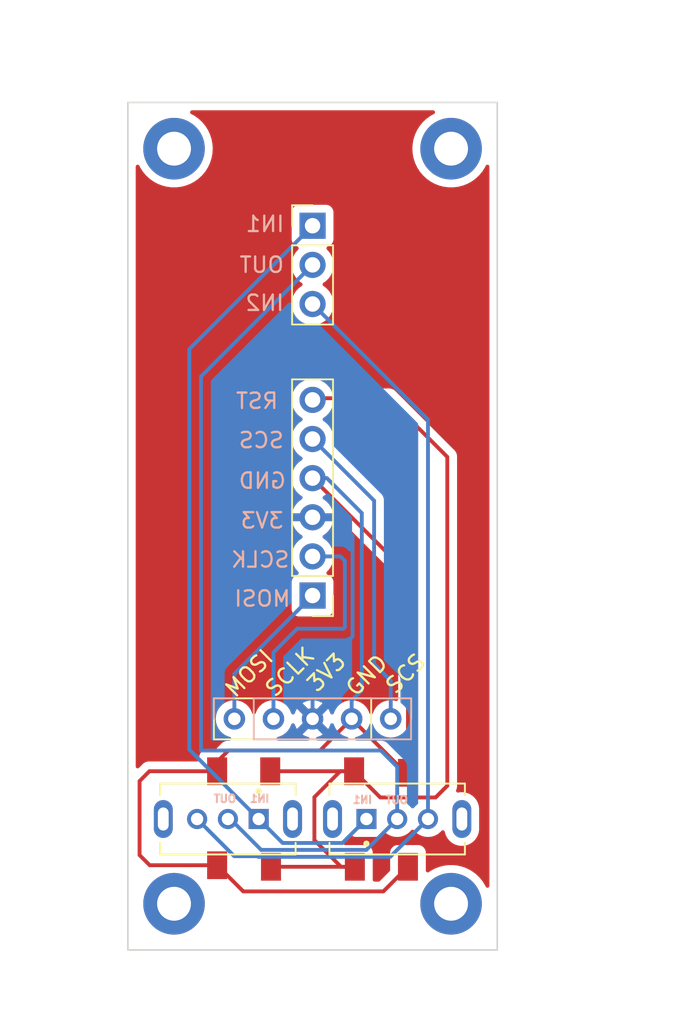
<source format=kicad_pcb>
(kicad_pcb (version 20211014) (generator pcbnew)
  (layers (0 "F.Cu" signal) (31 "B.Cu" signal) (34 "B.Paste" user) (35 "F.Paste" user) (36 "B.SilkS" user "B.Silkscreen") (37 "F.SilkS" user "F.Silkscreen") (38 "B.Mask" user) (39 "F.Mask" user) (44 "Edge.Cuts" user))
  (net 0 "")
  (net 1 "MOSI")
  (net 2 "SCLK")
  (net 3 "3V3")
  (net 4 "GND")
  (net 5 "SCS")
  (net 6 "RST")
  (net 7 "BATT_P_IN1")
  (net 8 "BATT_P_OUT")
  (net 9 "BATT_P_IN2")
  (footprint "BKBAdaptor:M2_HOLE_PCB" (layer "F.Cu") (at 125.5 43.75)
    (fp_text reference "TH1" hide)
    (fp_text value "HOLE")
    (pad "" thru_hole circle (at 0 0) (size 4 4) (drill 2.2) (layers *.Cu *.Mask "Dwgs.User"))
  )
  (footprint "BKBAdaptor:PushSwitch" (layer "F.Cu") (at 130 87.25 -90)
    (fp_text reference "RST_SW2" hide)
    (fp_text value "SW_Push")
    (pad "1" smd rect (at -3.1 -1.75 270) (size 1.8 1.3) (layers "F.Cu" "F.Paste" "F.Mask") (net 6 "RST"))
    (pad "1" smd rect (at 3.1 -1.8 270) (size 1.8 1.3) (layers "F.Cu" "F.Paste" "F.Mask") (net 6 "RST"))
    (pad "2" smd rect (at -3.1 1.7 270) (size 1.8 1.3) (layers "F.Cu" "F.Paste" "F.Mask") (net 4 "GND"))
    (pad "2" smd rect (at 3 1.7 270) (size 1.8 1.3) (layers "F.Cu" "F.Paste" "F.Mask") (net 4 "GND"))
  )
  (footprint "BKBAdaptor:SW_SS12D07VG4" (layer "F.Cu") (at 129 87.25 180)
    (fp_text reference "PWR_SW1")
    (fp_text value "SW_SPDT")
    (fp_line (start -4.4 2.3) (end 4.4 2.3) (layer "F.SilkS") (width 0.127))
    (fp_line (start 4.4 -2.3) (end -4.4 -2.3) (layer "F.SilkS") (width 0.127))
    (fp_line (start -4.4 2.3) (end -4.4 1.55) (layer "F.SilkS") (width 0.127))
    (fp_line (start 4.4 2.3) (end 4.4 1.55) (layer "F.SilkS") (width 0.127))
    (fp_line (start -4.4 -2.3) (end -4.4 -1.55) (layer "F.SilkS") (width 0.127))
    (fp_line (start 4.4 -2.3) (end 4.4 -1.55) (layer "F.SilkS") (width 0.127))
    (fp_circle (center -2 1.8) (end -1.9 1.8) (layer "F.SilkS") (width 0.2) (fill none))
    (pad "1" thru_hole rect (at -2 0 180) (size 1.308 1.308) (drill 0.8) (layers *.Cu *.Mask) (net 7 "BATT_P_IN1"))
    (pad "2" thru_hole circle (at 0 0 180) (size 1.308 1.308) (drill 0.8) (layers *.Cu *.Mask) (net 8 "BATT_P_OUT"))
    (pad "3" thru_hole circle (at 2 0 180) (size 1.308 1.308) (drill 0.8) (layers *.Cu *.Mask) (net 9 "BATT_P_IN2"))
    (pad "S1" thru_hole oval (at -4.2 0 180) (size 1.23 2.46) (drill oval 0.7 1.5) (layers *.Cu *.Mask))
    (pad "S2" thru_hole oval (at 4.2 0 180) (size 1.23 2.46) (drill oval 0.7 1.5) (layers *.Cu *.Mask))
  )
  (footprint "BKBAdaptor:NiceView" (layer "F.Cu") (at 134.5 80.75)
    (fp_text reference "Nice!View1")
    (fp_text value "Conn_01x05_Female")
    (fp_line (start -3.82 1.33) (end 6.4 1.33) (layer "B.SilkS") (width 0.12))
    (fp_line (start -3.82 -1.33) (end 6.4 -1.33) (layer "B.SilkS") (width 0.12))
    (fp_line (start -3.82 -1.33) (end -3.82 1.33) (layer "B.SilkS") (width 0.12))
    (fp_line (start 6.4 -1.33) (end 6.4 1.33) (layer "B.SilkS") (width 0.12))
    (fp_line (start -5.09 -1.33) (end -6.42 -1.33) (layer "B.SilkS") (width 0.12))
    (fp_line (start -6.42 -1.33) (end -6.42 0) (layer "B.SilkS") (width 0.12))
    (fp_line (start 3.81 1.33) (end -6.41 1.33) (layer "F.SilkS") (width 0.12))
    (fp_line (start 6.41 -1.33) (end 6.41 0) (layer "F.SilkS") (width 0.12))
    (fp_line (start 3.81 -1.33) (end 3.81 1.33) (layer "F.SilkS") (width 0.12))
    (fp_line (start 5.08 -1.33) (end 6.41 -1.33) (layer "F.SilkS") (width 0.12))
    (fp_line (start -6.41 -1.33) (end -6.41 1.33) (layer "F.SilkS") (width 0.12))
    (fp_line (start 3.81 -1.33) (end -6.41 -1.33) (layer "F.SilkS") (width 0.12))
    (pad "1" thru_hole circle (at -5.08 0 270) (size 1.397 1.397) (drill 0.8128) (layers *.Cu *.Mask) (net 1 "MOSI"))
    (pad "2" thru_hole circle (at -2.54 0 270) (size 1.397 1.397) (drill 0.8128) (layers *.Cu *.Mask) (net 2 "SCLK"))
    (pad "3" thru_hole circle (at 0 0 270) (size 1.397 1.397) (drill 0.8128) (layers *.Cu *.Mask) (net 3 "3V3"))
    (pad "4" thru_hole circle (at 2.54 0 270) (size 1.397 1.397) (drill 0.8128) (layers *.Cu *.Mask) (net 4 "GND"))
    (pad "5" thru_hole circle (at 5.08 0 270) (size 1.397 1.397) (drill 0.8128) (layers *.Cu *.Mask) (net 5 "SCS"))
  )
  (footprint "BKBAdaptor:PushSwitch" (layer "F.Cu") (at 139 87.25 90)
    (fp_text reference "RST_SW1" hide)
    (fp_text value "SW_Push")
    (pad "1" smd rect (at 3.1 -1.8 90) (size 1.8 1.3) (layers "F.Cu" "F.Paste" "F.Mask") (net 6 "RST"))
    (pad "1" smd rect (at -3.1 -1.75 90) (size 1.8 1.3) (layers "F.Cu" "F.Paste" "F.Mask") (net 6 "RST"))
    (pad "2" smd rect (at 3 1.7 90) (size 1.8 1.3) (layers "F.Cu" "F.Paste" "F.Mask") (net 4 "GND"))
    (pad "2" smd rect (at -3.1 1.7 90) (size 1.8 1.3) (layers "F.Cu" "F.Paste" "F.Mask") (net 4 "GND"))
  )
  (footprint "Connector_PinHeader_2.54mm:PinHeader_1x06_P2.54mm_Vertical" (layer "F.Cu") (at 134.5 72.75 180)
    (fp_text reference "ControllerInput1")
    (fp_text value "Conn_01x06_Female")
    (fp_line (start -1.33 -1.33) (end 0 -1.33) (layer "F.SilkS") (width 0.12))
    (fp_line (start -1.33 0) (end -1.33 -1.33) (layer "F.SilkS") (width 0.12))
    (fp_line (start -1.33 1.27) (end 1.33 1.27) (layer "F.SilkS") (width 0.12))
    (fp_line (start -1.33 1.27) (end -1.33 14.03) (layer "F.SilkS") (width 0.12))
    (fp_line (start 1.33 1.27) (end 1.33 14.03) (layer "F.SilkS") (width 0.12))
    (fp_line (start -1.33 14.03) (end 1.33 14.03) (layer "F.SilkS") (width 0.12))
    (pad "1" thru_hole rect (at 0 0 180) (size 1.7 1.7) (drill 1) (layers *.Cu *.Mask) (net 1 "MOSI"))
    (pad "2" thru_hole oval (at 0 2.54 180) (size 1.7 1.7) (drill 1) (layers *.Cu *.Mask) (net 2 "SCLK"))
    (pad "3" thru_hole oval (at 0 5.08 180) (size 1.7 1.7) (drill 1) (layers *.Cu *.Mask) (net 3 "3V3"))
    (pad "4" thru_hole oval (at 0 7.62 180) (size 1.7 1.7) (drill 1) (layers *.Cu *.Mask) (net 4 "GND"))
    (pad "5" thru_hole oval (at 0 10.16 180) (size 1.7 1.7) (drill 1) (layers *.Cu *.Mask) (net 5 "SCS"))
    (pad "6" thru_hole oval (at 0 12.7 180) (size 1.7 1.7) (drill 1) (layers *.Cu *.Mask) (net 6 "RST"))
  )
  (footprint "BKBAdaptor:M2_HOLE_PCB" (layer "F.Cu") (at 143.5 43.75)
    (fp_text reference "TH1" hide)
    (fp_text value "HOLE")
    (pad "" thru_hole circle (at 0 0) (size 4 4) (drill 2.2) (layers *.Cu *.Mask "Dwgs.User"))
  )
  (footprint "Connector_PinHeader_2.54mm:PinHeader_1x03_P2.54mm_Vertical" (layer "F.Cu") (at 134.5 48.75)
    (fp_text reference "PWR_Connectors1")
    (fp_text value "Conn_01x03_Female")
    (fp_line (start 1.33 1.27) (end 1.33 6.41) (layer "F.SilkS") (width 0.12))
    (fp_line (start -1.33 0) (end -1.33 -1.33) (layer "F.SilkS") (width 0.12))
    (fp_line (start -1.33 1.27) (end -1.33 6.41) (layer "F.SilkS") (width 0.12))
    (fp_line (start -1.33 -1.33) (end 0 -1.33) (layer "F.SilkS") (width 0.12))
    (fp_line (start -1.33 6.41) (end 1.33 6.41) (layer "F.SilkS") (width 0.12))
    (fp_line (start -1.33 1.27) (end 1.33 1.27) (layer "F.SilkS") (width 0.12))
    (pad "1" thru_hole rect (at 0 0) (size 1.7 1.7) (drill 1) (layers *.Cu *.Mask) (net 7 "BATT_P_IN1"))
    (pad "2" thru_hole oval (at 0 2.54) (size 1.7 1.7) (drill 1) (layers *.Cu *.Mask) (net 8 "BATT_P_OUT"))
    (pad "3" thru_hole oval (at 0 5.08) (size 1.7 1.7) (drill 1) (layers *.Cu *.Mask) (net 9 "BATT_P_IN2"))
  )
  (footprint "BKBAdaptor:M2_HOLE_PCB" (layer "F.Cu") (at 143.5 94.75)
    (fp_text reference "TH1" hide)
    (fp_text value "HOLE")
    (pad "" thru_hole circle (at 0 -2) (size 4 4) (drill 2.2) (layers *.Cu *.Mask "Dwgs.User"))
  )
  (footprint "BKBAdaptor:SW_SS12D07VG4" (layer "F.Cu") (at 140 87.25)
    (fp_text reference "PWR_SW2")
    (fp_text value "SW_SPDT")
    (fp_line (start 4.4 -2.3) (end -4.4 -2.3) (layer "F.SilkS") (width 0.127))
    (fp_line (start 4.4 -2.3) (end 4.4 -1.55) (layer "F.SilkS") (width 0.127))
    (fp_line (start -4.4 -2.3) (end -4.4 -1.55) (layer "F.SilkS") (width 0.127))
    (fp_line (start -4.4 2.3) (end 4.4 2.3) (layer "F.SilkS") (width 0.127))
    (fp_line (start 4.4 2.3) (end 4.4 1.55) (layer "F.SilkS") (width 0.127))
    (fp_line (start -4.4 2.3) (end -4.4 1.55) (layer "F.SilkS") (width 0.127))
    (fp_circle (center -2 1.6) (end -1.9 1.6) (layer "F.SilkS") (width 0.2) (fill none))
    (pad "1" thru_hole rect (at -2 0) (size 1.308 1.308) (drill 0.8) (layers *.Cu *.Mask) (net 7 "BATT_P_IN1"))
    (pad "2" thru_hole circle (at 0 0) (size 1.308 1.308) (drill 0.8) (layers *.Cu *.Mask) (net 8 "BATT_P_OUT"))
    (pad "3" thru_hole circle (at 2 0) (size 1.308 1.308) (drill 0.8) (layers *.Cu *.Mask) (net 9 "BATT_P_IN2"))
    (pad "S1" thru_hole oval (at -4.2 0) (size 1.23 2.46) (drill oval 0.7 1.5) (layers *.Cu *.Mask))
    (pad "S2" thru_hole oval (at 4.2 0) (size 1.23 2.46) (drill oval 0.7 1.5) (layers *.Cu *.Mask))
  )
  (footprint "BKBAdaptor:M2_HOLE_PCB" (layer "F.Cu") (at 125.5 94.75)
    (fp_text reference "TH1" hide)
    (fp_text value "HOLE")
    (pad "" thru_hole circle (at 0 -2) (size 4 4) (drill 2.2) (layers *.Cu *.Mask "Dwgs.User"))
  )
  (gr_rect (start 122.5 40.75) (end 146.5 95.75) (layer "Edge.Cuts") (width 0.1) (fill none))
  (gr_text "IN1" (at 131.06 85.93) (layer "B.SilkS") (effects (font (size 0.5 0.5) (thickness 0.125)) (justify mirror)))
  (gr_text "OUT" (at 128.806124 85.934374) (layer "B.SilkS") (effects (font (size 0.5 0.5) (thickness 0.125)) (justify mirror)))
  (gr_text "OUT" (at 139.97 86.01) (layer "B.SilkS") (effects (font (size 0.5 0.5) (thickness 0.125)) (justify mirror)))
  (gr_text "SCLK" (at 131.1 70.42) (layer "B.SilkS") (effects (font (size 1 1)) (justify mirror)))
  (gr_text "OUT" (at 131.2 51.29) (layer "B.SilkS") (effects (font (size 1 1)) (justify mirror)))
  (gr_text "RST" (at 130.89 60.12) (layer "B.SilkS") (effects (font (size 1 1)) (justify mirror)))
  (gr_text "3V3" (at 131.22 67.88) (layer "B.SilkS") (effects (font (size 1 1)) (justify mirror)))
  (gr_text "SCS" (at 131.17 62.67) (layer "B.SilkS") (effects (font (size 1 1)) (justify mirror)))
  (gr_text "IN1" (at 137.74 86) (layer "B.SilkS") (effects (font (size 0.5 0.5) (thickness 0.125)) (justify mirror)))
  (gr_text "IN2" (at 131.39 53.76) (layer "B.SilkS") (effects (font (size 1 1)) (justify mirror)))
  (gr_text "GND" (at 131.24 65.3) (layer "B.SilkS") (effects (font (size 1 1)) (justify mirror)))
  (gr_text "MOSI" (at 131.24 72.95) (layer "B.SilkS") (effects (font (size 1 1)) (justify mirror)))
  (gr_text "IN1" (at 131.41 48.64) (layer "B.SilkS") (effects (font (size 1 1)) (justify mirror)))
  (gr_text "SCS" (at 140.55 77.82 45) (layer "F.SilkS") (effects (font (size 1 1))))
  (gr_text "MOSI" (at 130.39 77.79 45) (layer "F.SilkS") (effects (font (size 1 1))))
  (gr_text "3V3" (at 135.41 77.74 45) (layer "F.SilkS") (effects (font (size 1 1))))
  (gr_text "SCLK" (at 133.03 77.71 45) (layer "F.SilkS") (effects (font (size 1 1))))
  (gr_text "GND\n" (at 138.02 77.93 45) (layer "F.SilkS") (effects (font (size 1 1))))
  (segment (start 129.42 77.83) (end 134.5 72.75) (width 0.25) (layer "B.Cu") (net 1))
  (segment (start 129.42 80.75) (end 129.42 77.83) (width 0.25) (layer "B.Cu") (net 1))
  (segment (start 136.6 70.5) (end 136.31 70.21) (width 0.25) (layer "B.Cu") (net 2))
  (segment (start 133.5 74.9) (end 136.5 74.9) (width 0.25) (layer "B.Cu") (net 2))
  (segment (start 136.5 74.9) (end 136.6 74.8) (width 0.25) (layer "B.Cu") (net 2))
  (segment (start 136.31 70.21) (end 134.5 70.21) (width 0.25) (layer "B.Cu") (net 2))
  (segment (start 136.6 74.8) (end 136.6 70.5) (width 0.25) (layer "B.Cu") (net 2))
  (segment (start 131.96 76.44) (end 133.5 74.9) (width 0.25) (layer "B.Cu") (net 2))
  (segment (start 131.96 80.75) (end 131.96 76.44) (width 0.25) (layer "B.Cu") (net 2))
  (segment (start 135.87 67.67) (end 134.5 67.67) (width 0.25) (layer "B.Cu") (net 3))
  (segment (start 137.1 68.9) (end 135.87 67.67) (width 0.25) (layer "B.Cu") (net 3))
  (segment (start 134.5 80.75) (end 134.5 77) (width 0.25) (layer "B.Cu") (net 3))
  (segment (start 135.5 77) (end 137.1 75.4) (width 0.25) (layer "B.Cu") (net 3))
  (segment (start 134.5 77) (end 135.5 77) (width 0.25) (layer "B.Cu") (net 3))
  (segment (start 137.1 75.4) (end 137.1 68.9) (width 0.25) (layer "B.Cu") (net 3))
  (segment (start 129.998 91.948) (end 139.102 91.948) (width 0.25) (layer "F.Cu") (net 4))
  (segment (start 128.3 83.536) (end 128.3 84.15) (width 0.25) (layer "F.Cu") (net 4))
  (segment (start 129.032 82.804) (end 128.3 83.536) (width 0.25) (layer "F.Cu") (net 4))
  (segment (start 140.7 84.25) (end 140.54 84.25) (width 0.25) (layer "F.Cu") (net 4))
  (segment (start 137.04 80.75) (end 134.986 82.804) (width 0.25) (layer "F.Cu") (net 4))
  (segment (start 140.7 71.33) (end 134.5 65.13) (width 0.25) (layer "F.Cu") (net 4))
  (segment (start 123.92 90.25) (end 128.3 90.25) (width 0.25) (layer "F.Cu") (net 4))
  (segment (start 134.986 82.804) (end 129.032 82.804) (width 0.25) (layer "F.Cu") (net 4))
  (segment (start 123.9 84.15) (end 123.26 84.79) (width 0.25) (layer "F.Cu") (net 4))
  (segment (start 123.26 89.59) (end 123.92 90.25) (width 0.25) (layer "F.Cu") (net 4))
  (segment (start 128.3 84.15) (end 123.9 84.15) (width 0.25) (layer "F.Cu") (net 4))
  (segment (start 123.26 84.79) (end 123.26 89.59) (width 0.25) (layer "F.Cu") (net 4))
  (segment (start 139.102 91.948) (end 140.7 90.35) (width 0.25) (layer "F.Cu") (net 4))
  (segment (start 128.3 90.25) (end 129.998 91.948) (width 0.25) (layer "F.Cu") (net 4))
  (segment (start 140.7 84.25) (end 140.7 71.33) (width 0.25) (layer "F.Cu") (net 4))
  (segment (start 140.54 84.25) (end 137.04 80.75) (width 0.25) (layer "F.Cu") (net 4))
  (segment (start 137.7 67.4) (end 135.43 65.13) (width 0.25) (layer "B.Cu") (net 4))
  (segment (start 137.04 79.56) (end 137.7 78.9) (width 0.25) (layer "B.Cu") (net 4))
  (segment (start 137.04 80.75) (end 137.04 79.56) (width 0.25) (layer "B.Cu") (net 4))
  (segment (start 137.7 78.9) (end 137.7 67.4) (width 0.25) (layer "B.Cu") (net 4))
  (segment (start 135.43 65.13) (end 134.5 65.13) (width 0.25) (layer "B.Cu") (net 4))
  (segment (start 138.5 66.59) (end 134.5 62.59) (width 0.25) (layer "B.Cu") (net 5))
  (segment (start 139.58 78.28) (end 138.5 77.2) (width 0.25) (layer "B.Cu") (net 5))
  (segment (start 138.5 77.2) (end 138.5 66.59) (width 0.25) (layer "B.Cu") (net 5))
  (segment (start 139.58 80.75) (end 139.58 78.28) (width 0.25) (layer "B.Cu") (net 5))
  (segment (start 131.8 90.35) (end 137.25 90.35) (width 0.25) (layer "F.Cu") (net 6))
  (segment (start 143.256 85.09) (end 143.256 63.754) (width 0.25) (layer "F.Cu") (net 6))
  (segment (start 136.35 90.35) (end 137.25 90.35) (width 0.25) (layer "F.Cu") (net 6))
  (segment (start 136.3 84.15) (end 134.62 85.83) (width 0.25) (layer "F.Cu") (net 6))
  (segment (start 134.62 85.83) (end 134.62 88.62) (width 0.25) (layer "F.Cu") (net 6))
  (segment (start 138.902 85.852) (end 142.494 85.852) (width 0.25) (layer "F.Cu") (net 6))
  (segment (start 134.62 88.62) (end 136.35 90.35) (width 0.25) (layer "F.Cu") (net 6))
  (segment (start 131.75 84.15) (end 137.2 84.15) (width 0.25) (layer "F.Cu") (net 6))
  (segment (start 137.2 84.15) (end 136.3 84.15) (width 0.25) (layer "F.Cu") (net 6))
  (segment (start 137.2 84.15) (end 138.902 85.852) (width 0.25) (layer "F.Cu") (net 6))
  (segment (start 134.606 59.944) (end 134.5 60.05) (width 0.25) (layer "F.Cu") (net 6))
  (segment (start 142.494 85.852) (end 143.256 85.09) (width 0.25) (layer "F.Cu") (net 6))
  (segment (start 139.446 59.944) (end 134.606 59.944) (width 0.25) (layer "F.Cu") (net 6))
  (segment (start 143.256 63.754) (end 139.446 59.944) (width 0.25) (layer "F.Cu") (net 6))
  (segment (start 131 87.25) (end 126.492 82.742) (width 0.25) (layer "B.Cu") (net 7))
  (segment (start 132.555 88.805) (end 136.445 88.805) (width 0.25) (layer "B.Cu") (net 7))
  (segment (start 136.445 88.805) (end 138 87.25) (width 0.25) (layer "B.Cu") (net 7))
  (segment (start 126.492 56.758) (end 134.5 48.75) (width 0.25) (layer "B.Cu") (net 7))
  (segment (start 126.492 82.742) (end 126.492 56.758) (width 0.25) (layer "B.Cu") (net 7))
  (segment (start 131 87.25) (end 132.555 88.805) (width 0.25) (layer "B.Cu") (net 7))
  (segment (start 127.254 58.536) (end 134.5 51.29) (width 0.25) (layer "B.Cu") (net 8))
  (segment (start 140 83.866) (end 138.938 82.804) (width 0.25) (layer "B.Cu") (net 8))
  (segment (start 129.16 87.25) (end 131.165 89.255) (width 0.25) (layer "B.Cu") (net 8))
  (segment (start 137.995 89.255) (end 140 87.25) (width 0.25) (layer "B.Cu") (net 8))
  (segment (start 129 87.25) (end 129.16 87.25) (width 0.25) (layer "B.Cu") (net 8))
  (segment (start 140 87.25) (end 140 83.866) (width 0.25) (layer "B.Cu") (net 8))
  (segment (start 131.165 89.255) (end 137.995 89.255) (width 0.25) (layer "B.Cu") (net 8))
  (segment (start 127.254 82.804) (end 127.254 58.536) (width 0.25) (layer "B.Cu") (net 8))
  (segment (start 138.938 82.804) (end 127.254 82.804) (width 0.25) (layer "B.Cu") (net 8))
  (segment (start 142 61.33) (end 134.5 53.83) (width 0.25) (layer "B.Cu") (net 9))
  (segment (start 129.412 89.662) (end 130.935604 89.662) (width 0.25) (layer "B.Cu") (net 9))
  (segment (start 142 87.25) (end 142 61.33) (width 0.25) (layer "B.Cu") (net 9))
  (segment (start 127 87.25) (end 129.412 89.662) (width 0.25) (layer "B.Cu") (net 9))
  (segment (start 130.978604 89.705) (end 139.545 89.705) (width 0.25) (layer "B.Cu") (net 9))
  (segment (start 139.545 89.705) (end 142 87.25) (width 0.25) (layer "B.Cu") (net 9))
  (segment (start 130.935604 89.662) (end 130.978604 89.705) (width 0.25) (layer "B.Cu") (net 9))
  (zone (net 3) (net_name "3V3") (layers F&B.Cu) (connect_pads (clearance 0.508)) (min_thickness 0.254) (fill yes (thermal_gap 0.508) (thermal_bridge_width 0.508))
    (polygon (pts (xy 146.72 95.82) (xy 122.41 95.84) (xy 122.4 40.54) (xy 122.42 40.55) (xy 146.84 40.52)))
  )
)
</source>
